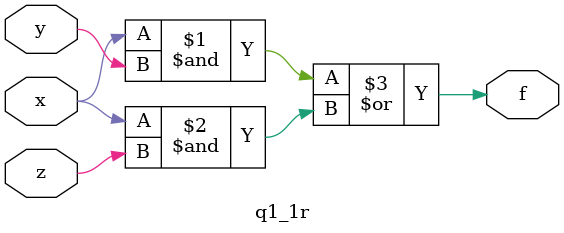
<source format=v>
module q1_1r(x,y,z,f);
input x,y,z;
output f;
assign f = (x&y)|(x&z);
endmodule

</source>
